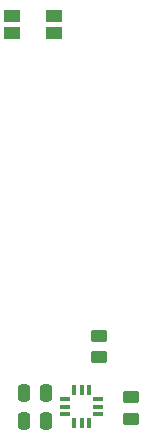
<source format=gbr>
%TF.GenerationSoftware,KiCad,Pcbnew,8.0.4*%
%TF.CreationDate,2024-08-29T19:37:47+02:00*%
%TF.ProjectId,wireless-wizard-wand,77697265-6c65-4737-932d-77697a617264,rev?*%
%TF.SameCoordinates,Original*%
%TF.FileFunction,Paste,Top*%
%TF.FilePolarity,Positive*%
%FSLAX46Y46*%
G04 Gerber Fmt 4.6, Leading zero omitted, Abs format (unit mm)*
G04 Created by KiCad (PCBNEW 8.0.4) date 2024-08-29 19:37:47*
%MOMM*%
%LPD*%
G01*
G04 APERTURE LIST*
G04 Aperture macros list*
%AMRoundRect*
0 Rectangle with rounded corners*
0 $1 Rounding radius*
0 $2 $3 $4 $5 $6 $7 $8 $9 X,Y pos of 4 corners*
0 Add a 4 corners polygon primitive as box body*
4,1,4,$2,$3,$4,$5,$6,$7,$8,$9,$2,$3,0*
0 Add four circle primitives for the rounded corners*
1,1,$1+$1,$2,$3*
1,1,$1+$1,$4,$5*
1,1,$1+$1,$6,$7*
1,1,$1+$1,$8,$9*
0 Add four rect primitives between the rounded corners*
20,1,$1+$1,$2,$3,$4,$5,0*
20,1,$1+$1,$4,$5,$6,$7,0*
20,1,$1+$1,$6,$7,$8,$9,0*
20,1,$1+$1,$8,$9,$2,$3,0*%
G04 Aperture macros list end*
%ADD10RoundRect,0.250000X-0.450000X0.262500X-0.450000X-0.262500X0.450000X-0.262500X0.450000X0.262500X0*%
%ADD11RoundRect,0.250000X0.250000X0.475000X-0.250000X0.475000X-0.250000X-0.475000X0.250000X-0.475000X0*%
%ADD12R,1.400000X1.050000*%
%ADD13R,0.950000X0.350000*%
%ADD14R,0.350000X0.950000*%
%ADD15RoundRect,0.250000X0.450000X-0.262500X0.450000X0.262500X-0.450000X0.262500X-0.450000X-0.262500X0*%
G04 APERTURE END LIST*
D10*
%TO.C,R1*%
X95000000Y-56600000D03*
X95000000Y-58425000D03*
%TD*%
D11*
%TO.C,C1*%
X90500000Y-61400000D03*
X88600000Y-61400000D03*
%TD*%
%TO.C,C2*%
X90500000Y-63800000D03*
X88600000Y-63800000D03*
%TD*%
D12*
%TO.C,S1*%
X91186000Y-30988000D03*
X87586000Y-30988000D03*
X91186000Y-29538000D03*
X87586000Y-29538000D03*
%TD*%
D13*
%TO.C,U2*%
X92100000Y-61950000D03*
X92100000Y-62600000D03*
X92100000Y-63250000D03*
D14*
X92850000Y-64000000D03*
X93500000Y-64000000D03*
X94150000Y-64000000D03*
D13*
X94900000Y-63250000D03*
X94900000Y-62600000D03*
X94900000Y-61950000D03*
D14*
X94150000Y-61200000D03*
X93500000Y-61200000D03*
X92850000Y-61200000D03*
%TD*%
D15*
%TO.C,R2*%
X97700000Y-63625000D03*
X97700000Y-61800000D03*
%TD*%
M02*

</source>
